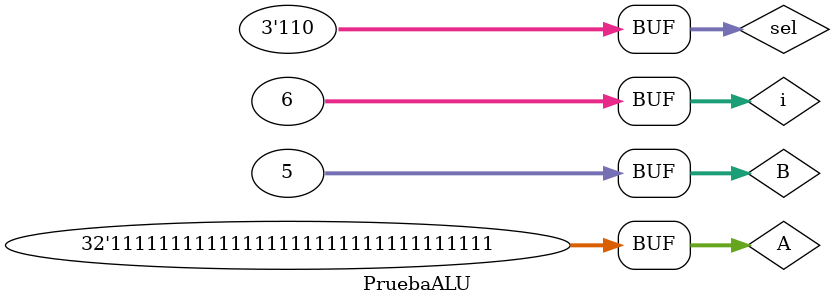
<source format=v>
`timescale 1ns / 1ps


module PruebaALU;
//Objetivo:
//Revisar que se realice adecuadamente las operaciones de la alu
//Realizar la simulacion con un tiempo de 0.70
	// Inputs
	reg [31:0] A;
	reg [31:0] B;
	reg [2:0] sel;

	// Outputs
	wire [31:0] O;
	wire Z;

	// Instantiate the Unit Under Test (UUT)
	ALU uut (
		.A(A), 
		.B(B), 
		.O(O), 
		.sel(sel), 
		.Z(Z)
	);
integer i=0;
	initial begin
		// Initialize Inputs
		//Para la prueba se colocan cualesquiera 2 valores de entrada
		// en decimal, los cuales no deben superar los 32bit
		A = 20;
		B = 5;
		sel = 0;

		// Wait 100 ns for global reset to finish
		#100;
		
		//Por medio del For se correran todas las operaciones de la alu
		for (i=0;i<=5;i=i+1)
      begin
			sel = sel + 1;
			if (sel == 3'b101) begin
				B = 3;
			end else if (sel == 3'b110) begin
				A = -1;
				B = 5;
			end else begin
				A = 20;
				B = 5;
			end
			#100;
      end; 
		// Add stimulus here
		//En donde para la operacion add y sub puede ser mas facil de revisar en decimal
		// ya que seria mas sencillo revisar dichas operaciones en esta notacion
		//Para las demas operaciones se aconseja revisarlo en binario, ya que para el caso de la xor
		// su salida es 1  cuando los operandos son distintos, para la and su salida sera 1
		// cuando sus dos entradas son 1, y para los corrimientos queda mas sencillo contarlos
		// todas las operaciones se realizan de manera correcta
		
		
		// se debe tomar en cuenta que los corrimientos pueden probocar desvordamientos, sin embargo 
		//en el caso de corrimiento a la derecha genere que la salida sea 0, nos sirve para revisar
		//la bandera Z

	end
      
endmodule


</source>
